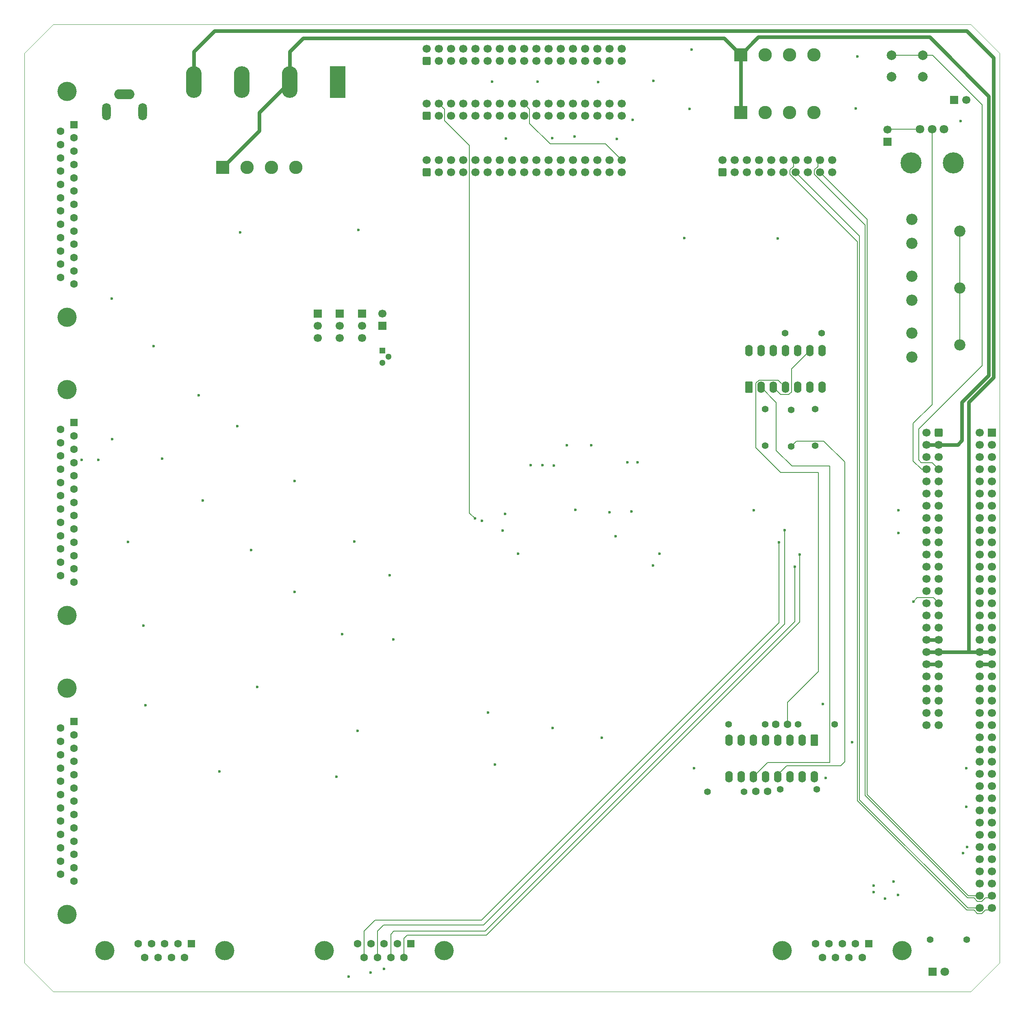
<source format=gbr>
%TF.GenerationSoftware,KiCad,Pcbnew,9.0.4*%
%TF.CreationDate,2025-11-09T15:05:15+13:00*%
%TF.ProjectId,AWS_CPU_Motherboard,4157535f-4350-4555-9f4d-6f7468657262,rev?*%
%TF.SameCoordinates,Original*%
%TF.FileFunction,Copper,L3,Inr*%
%TF.FilePolarity,Positive*%
%FSLAX46Y46*%
G04 Gerber Fmt 4.6, Leading zero omitted, Abs format (unit mm)*
G04 Created by KiCad (PCBNEW 9.0.4) date 2025-11-09 15:05:15*
%MOMM*%
%LPD*%
G01*
G04 APERTURE LIST*
G04 Aperture macros list*
%AMRoundRect*
0 Rectangle with rounded corners*
0 $1 Rounding radius*
0 $2 $3 $4 $5 $6 $7 $8 $9 X,Y pos of 4 corners*
0 Add a 4 corners polygon primitive as box body*
4,1,4,$2,$3,$4,$5,$6,$7,$8,$9,$2,$3,0*
0 Add four circle primitives for the rounded corners*
1,1,$1+$1,$2,$3*
1,1,$1+$1,$4,$5*
1,1,$1+$1,$6,$7*
1,1,$1+$1,$8,$9*
0 Add four rect primitives between the rounded corners*
20,1,$1+$1,$2,$3,$4,$5,0*
20,1,$1+$1,$4,$5,$6,$7,0*
20,1,$1+$1,$6,$7,$8,$9,0*
20,1,$1+$1,$8,$9,$2,$3,0*%
G04 Aperture macros list end*
%TA.AperFunction,ComponentPad*%
%ADD10R,1.700000X1.700000*%
%TD*%
%TA.AperFunction,ComponentPad*%
%ADD11C,1.700000*%
%TD*%
%TA.AperFunction,ComponentPad*%
%ADD12C,1.400000*%
%TD*%
%TA.AperFunction,ComponentPad*%
%ADD13RoundRect,0.250000X0.600000X0.600000X-0.600000X0.600000X-0.600000X-0.600000X0.600000X-0.600000X0*%
%TD*%
%TA.AperFunction,ComponentPad*%
%ADD14C,2.000000*%
%TD*%
%TA.AperFunction,ComponentPad*%
%ADD15C,4.000000*%
%TD*%
%TA.AperFunction,ComponentPad*%
%ADD16R,1.600000X1.600000*%
%TD*%
%TA.AperFunction,ComponentPad*%
%ADD17C,1.600000*%
%TD*%
%TA.AperFunction,ComponentPad*%
%ADD18R,2.780000X2.780000*%
%TD*%
%TA.AperFunction,ComponentPad*%
%ADD19C,2.780000*%
%TD*%
%TA.AperFunction,ComponentPad*%
%ADD20C,2.340000*%
%TD*%
%TA.AperFunction,ComponentPad*%
%ADD21C,1.800000*%
%TD*%
%TA.AperFunction,ComponentPad*%
%ADD22C,4.400000*%
%TD*%
%TA.AperFunction,ComponentPad*%
%ADD23R,1.300000X1.300000*%
%TD*%
%TA.AperFunction,ComponentPad*%
%ADD24C,1.300000*%
%TD*%
%TA.AperFunction,ComponentPad*%
%ADD25RoundRect,0.250000X0.550000X-0.950000X0.550000X0.950000X-0.550000X0.950000X-0.550000X-0.950000X0*%
%TD*%
%TA.AperFunction,ComponentPad*%
%ADD26O,1.600000X2.400000*%
%TD*%
%TA.AperFunction,ComponentPad*%
%ADD27RoundRect,0.250000X0.600000X-0.600000X0.600000X0.600000X-0.600000X0.600000X-0.600000X-0.600000X0*%
%TD*%
%TA.AperFunction,ComponentPad*%
%ADD28RoundRect,0.250000X-0.550000X0.950000X-0.550000X-0.950000X0.550000X-0.950000X0.550000X0.950000X0*%
%TD*%
%TA.AperFunction,ComponentPad*%
%ADD29R,3.300000X6.600000*%
%TD*%
%TA.AperFunction,ComponentPad*%
%ADD30O,3.300000X6.600000*%
%TD*%
%TA.AperFunction,ComponentPad*%
%ADD31O,1.800000X3.600000*%
%TD*%
%TA.AperFunction,ComponentPad*%
%ADD32O,4.200000X2.100000*%
%TD*%
%TA.AperFunction,ComponentPad*%
%ADD33R,1.800000X1.800000*%
%TD*%
%TA.AperFunction,ViaPad*%
%ADD34C,0.600000*%
%TD*%
%TA.AperFunction,Conductor*%
%ADD35C,0.800000*%
%TD*%
%TA.AperFunction,Conductor*%
%ADD36C,0.200000*%
%TD*%
%TA.AperFunction,Profile*%
%ADD37C,0.050000*%
%TD*%
G04 APERTURE END LIST*
D10*
%TO.N,DRTYPE0-*%
%TO.C,J6*%
X442590000Y-276098000D03*
D11*
%TO.N,DRTYPE1-*%
X445130000Y-276098000D03*
%TD*%
D12*
%TO.N,/VIDEO_2*%
%TO.C,R9*%
X403199600Y-348183200D03*
%TO.N,Net-(Q2-B)*%
X403199600Y-340563200D03*
%TD*%
D10*
%TO.N,GND*%
%TO.C,JP3*%
X319212400Y-320598800D03*
D11*
%TO.N,Net-(JP3-C)*%
X319212400Y-323138800D03*
%TO.N,+5V*%
X319212400Y-325678800D03*
%TD*%
D13*
%TO.N,+5V*%
%TO.C,U1*%
X439420000Y-345440000D03*
D11*
X436880000Y-345440000D03*
%TO.N,+12V*%
X439420000Y-347980000D03*
X436880000Y-347980000D03*
%TO.N,GND*%
X439420000Y-350520000D03*
X436880000Y-350520000D03*
%TO.N,~{RESET_SW}*%
X439420000Y-353060000D03*
%TO.N,AUIDO+*%
X436880000Y-353060000D03*
%TO.N,KBDO-*%
X439420000Y-355600000D03*
%TO.N,KBDI-*%
X436880000Y-355600000D03*
%TO.N,INIT-*%
X439420000Y-358140000D03*
%TO.N,unconnected-(U1-Pad12)*%
X436880000Y-358140000D03*
%TO.N,ONBDINIT+*%
X439420000Y-360680000D03*
%TO.N,INTR+*%
X436880000Y-360680000D03*
%TO.N,GND*%
X439420000Y-363220000D03*
X436880000Y-363220000D03*
%TO.N,CPU_RXDA+*%
X439420000Y-365760000D03*
X436880000Y-365760000D03*
%TO.N,CPU_RXDA-*%
X439420000Y-368300000D03*
X436880000Y-368300000D03*
%TO.N,CPU_RXCA+*%
X439420000Y-370840000D03*
X436880000Y-370840000D03*
%TO.N,CPU_RXCA-*%
X439420000Y-373380000D03*
X436880000Y-373380000D03*
%TO.N,GND*%
X439420000Y-375920000D03*
X436880000Y-375920000D03*
%TO.N,VIDEO_2+*%
X439420000Y-378460000D03*
%TO.N,VIDEO_2-*%
X436880000Y-378460000D03*
%TO.N,VERDR+*%
X439420000Y-381000000D03*
%TO.N,VERDR-*%
X436880000Y-381000000D03*
%TO.N,HORDR+*%
X439420000Y-383540000D03*
%TO.N,HORDR-*%
X436880000Y-383540000D03*
%TO.N,VIDEO+*%
X439420000Y-386080000D03*
%TO.N,VIDEO-*%
X436880000Y-386080000D03*
%TO.N,GND*%
X439420000Y-388620000D03*
X436880000Y-388620000D03*
%TO.N,-12V*%
X439420000Y-391160000D03*
X436880000Y-391160000D03*
%TO.N,+5V*%
X439420000Y-393700000D03*
X436880000Y-393700000D03*
%TO.N,unconnected-(U1-Pad41)*%
X439420000Y-396240000D03*
%TO.N,unconnected-(U1-Pad42)*%
X436880000Y-396240000D03*
%TO.N,unconnected-(U1-Pad43)*%
X439420000Y-398780000D03*
%TO.N,unconnected-(U1-Pad44)*%
X436880000Y-398780000D03*
%TO.N,unconnected-(U1-Pad45)*%
X439420000Y-401320000D03*
%TO.N,unconnected-(U1-Pad46)*%
X436880000Y-401320000D03*
%TO.N,unconnected-(U1-Pad47)*%
X439420000Y-403860000D03*
%TO.N,unconnected-(U1-Pad48)*%
X436880000Y-403860000D03*
%TO.N,unconnected-(U1-Pad49)*%
X439420000Y-406400000D03*
%TO.N,unconnected-(U1-Pad50)*%
X436880000Y-406400000D03*
%TD*%
D10*
%TO.N,+5V*%
%TO.C,U4*%
X450469000Y-345440000D03*
D11*
X447929000Y-345440000D03*
%TO.N,+12V*%
X450469000Y-347980000D03*
X447929000Y-347980000D03*
%TO.N,GND*%
X450469000Y-350520000D03*
%TO.N,2SIDED-*%
X447929000Y-350520000D03*
%TO.N,DIRECT-*%
X450469000Y-353060000D03*
%TO.N,DS1-*%
X447929000Y-353060000D03*
%TO.N,STEP-*%
X450469000Y-355600000D03*
%TO.N,READY-*%
X447929000Y-355600000D03*
%TO.N,INDEX-*%
X450469000Y-358140000D03*
%TO.N,HDSEL1-*%
X447929000Y-358140000D03*
%TO.N,ONBDINIT+*%
X450469000Y-360680000D03*
%TO.N,INTR+*%
X447929000Y-360680000D03*
%TO.N,GND*%
X450469000Y-363220000D03*
%TO.N,SIDED-*%
X447929000Y-363220000D03*
%TO.N,HDSEL0-*%
X450469000Y-365760000D03*
%TO.N,WRPORT-*%
X447929000Y-365760000D03*
%TO.N,DS0-*%
X450469000Y-368300000D03*
%TO.N,HL1+*%
X447929000Y-368300000D03*
%TO.N,WRDATA-*%
X450469000Y-370840000D03*
%TO.N,HL0+*%
X447929000Y-370840000D03*
%TO.N,TXDB-*%
X450469000Y-373380000D03*
%TO.N,RDDATA-*%
X447929000Y-373380000D03*
%TO.N,GND*%
X450469000Y-375920000D03*
%TO.N,STDB-*%
X447929000Y-375920000D03*
%TO.N,RXDB-*%
X450469000Y-378460000D03*
%TO.N,TXCB+*%
X447929000Y-378460000D03*
%TO.N,RXCB+*%
X450469000Y-381000000D03*
%TO.N,RTSB+*%
X447929000Y-381000000D03*
%TO.N,DSRB+*%
X450469000Y-383540000D03*
%TO.N,CTSB+*%
X447929000Y-383540000D03*
%TO.N,DCDB+*%
X450469000Y-386080000D03*
%TO.N,DTRB+*%
X447929000Y-386080000D03*
%TO.N,GND*%
X450469000Y-388620000D03*
%TO.N,SRDB-*%
X447929000Y-388620000D03*
%TO.N,-12V*%
X450469000Y-391160000D03*
X447929000Y-391160000D03*
%TO.N,+5V*%
X450469000Y-393700000D03*
X447929000Y-393700000D03*
%TO.N,RINGB+*%
X450469000Y-396240000D03*
%TO.N,SRDA-*%
X447929000Y-396240000D03*
%TO.N,STDA-*%
X450469000Y-398780000D03*
%TO.N,TXDA-*%
X447929000Y-398780000D03*
%TO.N,GND*%
X450469000Y-401320000D03*
%TO.N,TXCA+*%
X447929000Y-401320000D03*
%TO.N,RXDA-*%
X450469000Y-403860000D03*
%TO.N,RTSA+*%
X447929000Y-403860000D03*
%TO.N,RXCA+*%
X450469000Y-406400000D03*
%TO.N,CTSA+*%
X447929000Y-406400000D03*
%TO.N,DSRA+*%
X450469000Y-408940000D03*
%TO.N,DTRA+*%
X447929000Y-408940000D03*
%TO.N,DCDA+*%
X450469000Y-411480000D03*
%TO.N,RINGA+*%
X447929000Y-411480000D03*
%TO.N,GND*%
X450469000Y-414020000D03*
%TO.N,LPT1*%
X447929000Y-414020000D03*
%TO.N,LPT2*%
X450469000Y-416560000D03*
%TO.N,LPT3*%
X447929000Y-416560000D03*
%TO.N,LPT4*%
X450469000Y-419100000D03*
%TO.N,LPT5*%
X447929000Y-419100000D03*
%TO.N,LPT6*%
X450469000Y-421640000D03*
%TO.N,LPT7*%
X447929000Y-421640000D03*
%TO.N,LPT0*%
X450469000Y-424180000D03*
%TO.N,LPT_STROBE*%
X447929000Y-424180000D03*
%TO.N,GND*%
X450469000Y-426720000D03*
%TO.N,LPT_ACK*%
X447929000Y-426720000D03*
%TO.N,LPT_BUSY*%
X450469000Y-429260000D03*
%TO.N,NO_PAPER*%
X447929000Y-429260000D03*
%TO.N,LPT_SELECT*%
X450469000Y-431800000D03*
%TO.N,TRACK0-*%
X447929000Y-431800000D03*
%TO.N,SKCOMPL-*%
X450469000Y-434340000D03*
%TO.N,WRGATE-*%
X447929000Y-434340000D03*
%TO.N,HDSEL2-*%
X450469000Y-436880000D03*
%TO.N,REDWC-*%
X447929000Y-436880000D03*
%TO.N,unconnected-(U4-Pad75)*%
X450469000Y-439420000D03*
%TO.N,GND*%
X447929000Y-439420000D03*
%TO.N,MFM-*%
X450469000Y-441960000D03*
%TO.N,MFM+*%
X447929000Y-441960000D03*
%TO.N,WMF-*%
X450469000Y-444500000D03*
%TO.N,WMF+*%
X447929000Y-444500000D03*
%TD*%
D14*
%TO.N,~{RESET_SW}*%
%TO.C,SW1*%
X429564800Y-266801600D03*
X436064800Y-266801600D03*
%TO.N,GND*%
X429564800Y-271301600D03*
X436064800Y-271301600D03*
%TD*%
D15*
%TO.N,unconnected-(J9-PAD-Pad0)_1*%
%TO.C,J9*%
X257810000Y-336440000D03*
%TO.N,unconnected-(J9-PAD-Pad0)*%
X257810000Y-383540000D03*
D16*
%TO.N,GND*%
X259230000Y-343370000D03*
D17*
%TO.N,TXDA-*%
X259230000Y-346140000D03*
%TO.N,RXDA-*%
X259230000Y-348910000D03*
%TO.N,RTSA+*%
X259230000Y-351680000D03*
%TO.N,CTSA+*%
X259230000Y-354450000D03*
%TO.N,DSRA+*%
X259230000Y-357220000D03*
%TO.N,GND*%
X259230000Y-359990000D03*
%TO.N,DCDA+*%
X259230000Y-362760000D03*
%TO.N,GND*%
X259230000Y-365530000D03*
%TO.N,unconnected-(J9-Pad10)*%
X259230000Y-368300000D03*
%TO.N,unconnected-(J9-Pad11)*%
X259230000Y-371070000D03*
%TO.N,unconnected-(J9-Pad12)*%
X259230000Y-373840000D03*
%TO.N,unconnected-(J9-Pad13)*%
X259230000Y-376610000D03*
%TO.N,STDA-*%
X256390000Y-344755000D03*
%TO.N,TXCA+*%
X256390000Y-347525000D03*
%TO.N,SRDA-*%
X256390000Y-350295000D03*
%TO.N,RXCA+*%
X256390000Y-353065000D03*
%TO.N,unconnected-(J9-P18-Pad18)*%
X256390000Y-355835000D03*
%TO.N,unconnected-(J9-P19-Pad19)*%
X256390000Y-358605000D03*
%TO.N,DTRA+*%
X256390000Y-361375000D03*
%TO.N,unconnected-(J9-P21-Pad21)*%
X256390000Y-364145000D03*
%TO.N,RINGA+*%
X256390000Y-366915000D03*
%TO.N,unconnected-(J9-P23-Pad23)*%
X256390000Y-369685000D03*
%TO.N,unconnected-(J9-P24-Pad24)*%
X256390000Y-372455000D03*
%TO.N,unconnected-(J9-P25-Pad25)*%
X256390000Y-375225000D03*
%TD*%
D18*
%TO.N,+12V*%
%TO.C,J15*%
X398145000Y-266700000D03*
D19*
%TO.N,GND*%
X403225000Y-266700000D03*
X408305000Y-266700000D03*
%TO.N,+5V*%
X413385000Y-266700000D03*
%TD*%
D15*
%TO.N,unconnected-(J8-PAD-Pad0)_1*%
%TO.C,J8*%
X257810000Y-398720000D03*
%TO.N,unconnected-(J8-PAD-Pad0)*%
X257810000Y-445820000D03*
D16*
%TO.N,LPT0*%
X259230000Y-405650000D03*
D17*
%TO.N,LPT1*%
X259230000Y-408420000D03*
%TO.N,LPT2*%
X259230000Y-411190000D03*
%TO.N,LPT3*%
X259230000Y-413960000D03*
%TO.N,LPT4*%
X259230000Y-416730000D03*
%TO.N,LPT5*%
X259230000Y-419500000D03*
%TO.N,LPT6*%
X259230000Y-422270000D03*
%TO.N,LPT7*%
X259230000Y-425040000D03*
%TO.N,GND*%
X259230000Y-427810000D03*
X259230000Y-430580000D03*
X259230000Y-433350000D03*
X259230000Y-436120000D03*
X259230000Y-438890000D03*
%TO.N,LPT_STROBE*%
X256390000Y-407035000D03*
%TO.N,GND*%
X256390000Y-409805000D03*
%TO.N,LPT_ACK*%
X256390000Y-412575000D03*
%TO.N,LPT_BUSY*%
X256390000Y-415345000D03*
%TO.N,unconnected-(J8-P18-Pad18)*%
X256390000Y-418115000D03*
%TO.N,unconnected-(J8-P19-Pad19)*%
X256390000Y-420885000D03*
%TO.N,unconnected-(J8-P20-Pad20)*%
X256390000Y-423655000D03*
%TO.N,NO_PAPER*%
X256390000Y-426425000D03*
%TO.N,LPT_SELECT*%
X256390000Y-429195000D03*
%TO.N,GND*%
X256390000Y-431965000D03*
X256390000Y-434735000D03*
X256390000Y-437505000D03*
%TD*%
D20*
%TO.N,unconnected-(RV4-Pad1)*%
%TO.C,RV4*%
X433785000Y-329675000D03*
%TO.N,Net-(J12-In)*%
X443785000Y-327175000D03*
%TO.N,Net-(R8-Pad2)*%
X433785000Y-324675000D03*
%TD*%
D12*
%TO.N,Net-(JP4-B)*%
%TO.C,R8*%
X413664400Y-340563200D03*
%TO.N,Net-(R8-Pad2)*%
X413664400Y-348183200D03*
%TD*%
D20*
%TO.N,unconnected-(RV2-Pad1)*%
%TO.C,RV2*%
X433785000Y-305975000D03*
%TO.N,Net-(J12-In)*%
X443785000Y-303475000D03*
%TO.N,Net-(R6-Pad2)*%
X433785000Y-300975000D03*
%TD*%
D21*
%TO.N,Net-(J2-Pin_2)*%
%TO.C,RV1*%
X435523000Y-282240000D03*
%TO.N,AUIDO+*%
X438023000Y-282240000D03*
%TO.N,unconnected-(RV1-Pad3)*%
X440523000Y-282240000D03*
D22*
%TO.N,unconnected-(RV1-MountPin-PadMP)_1*%
X442423000Y-289240000D03*
%TO.N,unconnected-(RV1-MountPin-PadMP)*%
X433623000Y-289240000D03*
%TD*%
D12*
%TO.N,/VIDEO*%
%TO.C,R7*%
X408686000Y-348284800D03*
%TO.N,Net-(R7-Pad2)*%
X408686000Y-340664800D03*
%TD*%
D18*
%TO.N,+12V*%
%TO.C,J5*%
X290195000Y-290195000D03*
D19*
%TO.N,GND*%
X295275000Y-290195000D03*
X300355000Y-290195000D03*
%TO.N,+5V*%
X305435000Y-290195000D03*
%TD*%
D10*
%TO.N,GND*%
%TO.C,J2*%
X428752000Y-284789800D03*
D11*
%TO.N,Net-(J2-Pin_2)*%
X428752000Y-282249800D03*
%TD*%
D15*
%TO.N,unconnected-(J7-PAD-Pad0)_1*%
%TO.C,J7*%
X406800000Y-453390000D03*
%TO.N,unconnected-(J7-PAD-Pad0)*%
X431800000Y-453390000D03*
D16*
%TO.N,KBDI-*%
X424840000Y-451970000D03*
D17*
%TO.N,GND*%
X422070000Y-451970000D03*
%TO.N,KBDO-*%
X419300000Y-451970000D03*
%TO.N,GND*%
X416530000Y-451970000D03*
%TO.N,INIT-*%
X413760000Y-451970000D03*
%TO.N,+5V*%
X423455000Y-454810000D03*
X420685000Y-454810000D03*
%TO.N,GND*%
X417915000Y-454810000D03*
X415145000Y-454810000D03*
%TD*%
D23*
%TO.N,Net-(JP4-A)*%
%TO.C,Q2*%
X323443600Y-328371200D03*
D24*
%TO.N,Net-(Q2-B)*%
X324713600Y-329641200D03*
%TO.N,GND*%
X323443600Y-330911200D03*
%TD*%
D20*
%TO.N,unconnected-(RV3-Pad1)*%
%TO.C,RV3*%
X433785000Y-317825000D03*
%TO.N,Net-(J12-In)*%
X443785000Y-315325000D03*
%TO.N,Net-(R7-Pad2)*%
X433785000Y-312825000D03*
%TD*%
D12*
%TO.N,/CSYNC+*%
%TO.C,R6*%
X407416000Y-324662800D03*
%TO.N,Net-(R6-Pad2)*%
X415036000Y-324662800D03*
%TD*%
D18*
%TO.N,+12V*%
%TO.C,J14*%
X398145000Y-278765000D03*
D19*
%TO.N,GND*%
X403225000Y-278765000D03*
X408305000Y-278765000D03*
%TO.N,+5V*%
X413385000Y-278765000D03*
%TD*%
D25*
%TO.N,Net-(JP2-C)*%
%TO.C,U8*%
X399846800Y-335991200D03*
D26*
%TO.N,/HORDR*%
X402386800Y-335991200D03*
%TO.N,Net-(U8-Pad3)*%
X404926800Y-335991200D03*
%TO.N,/VERDR*%
X407466800Y-335991200D03*
%TO.N,Net-(JP1-C)*%
X410006800Y-335991200D03*
%TO.N,Net-(U8-Pad10)*%
X412546800Y-335991200D03*
%TO.N,GND*%
X415086800Y-335991200D03*
%TO.N,Net-(U8-Pad12)*%
X415086800Y-328371200D03*
%TO.N,Net-(U8-Pad3)*%
X412546800Y-328371200D03*
%TO.N,Net-(U8-Pad10)*%
X410006800Y-328371200D03*
%TO.N,/CSYNC+*%
X407466800Y-328371200D03*
%TO.N,Net-(U8-Pad12)*%
X404926800Y-328371200D03*
%TO.N,Net-(JP3-C)*%
X402386800Y-328371200D03*
%TO.N,+5V*%
X399846800Y-328371200D03*
%TD*%
D10*
%TO.N,Net-(JP4-A)*%
%TO.C,JP4*%
X323443600Y-323189600D03*
D11*
%TO.N,Net-(JP4-B)*%
X323443600Y-320649600D03*
%TD*%
D27*
%TO.N,GND*%
%TO.C,U3*%
X332740000Y-267970000D03*
D11*
%TO.N,unconnected-(U3-Pad2)*%
X332740000Y-265430000D03*
%TO.N,GND*%
X335280000Y-267970000D03*
%TO.N,SIDED-*%
X335280000Y-265430000D03*
%TO.N,GND*%
X337820000Y-267970000D03*
%TO.N,unconnected-(U3-Pad6)*%
X337820000Y-265430000D03*
%TO.N,GND*%
X340360000Y-267970000D03*
%TO.N,HDSEL0-*%
X340360000Y-265430000D03*
%TO.N,GND*%
X342900000Y-267970000D03*
%TO.N,DS1-*%
X342900000Y-265430000D03*
%TO.N,GND*%
X345440000Y-267970000D03*
%TO.N,unconnected-(U3-Pad12)*%
X345440000Y-265430000D03*
%TO.N,GND*%
X347980000Y-267970000D03*
%TO.N,unconnected-(U3-Pad14)*%
X347980000Y-265430000D03*
%TO.N,GND*%
X350520000Y-267970000D03*
%TO.N,HL1+*%
X350520000Y-265430000D03*
%TO.N,GND*%
X353060000Y-267970000D03*
%TO.N,DIRECT-*%
X353060000Y-265430000D03*
%TO.N,GND*%
X355600000Y-267970000D03*
%TO.N,STEP-*%
X355600000Y-265430000D03*
%TO.N,GND*%
X358140000Y-267970000D03*
%TO.N,WRDATA-*%
X358140000Y-265430000D03*
%TO.N,GND*%
X360680000Y-267970000D03*
%TO.N,WRGATE-*%
X360680000Y-265430000D03*
%TO.N,GND*%
X363220000Y-267970000D03*
%TO.N,TRACK0-*%
X363220000Y-265430000D03*
%TO.N,GND*%
X365760000Y-267970000D03*
%TO.N,WRPORT-*%
X365760000Y-265430000D03*
%TO.N,GND*%
X368300000Y-267970000D03*
%TO.N,RDDATA-*%
X368300000Y-265430000D03*
%TO.N,GND*%
X370840000Y-267970000D03*
%TO.N,2SIDED-*%
X370840000Y-265430000D03*
%TO.N,GND*%
X373380000Y-267970000D03*
%TO.N,READY-*%
X373380000Y-265430000D03*
%TD*%
D27*
%TO.N,GND*%
%TO.C,U5*%
X332689200Y-291150000D03*
D11*
%TO.N,REDWC-*%
X332689200Y-288610000D03*
%TO.N,GND*%
X335229200Y-291150000D03*
%TO.N,HDSEL2-*%
X335229200Y-288610000D03*
%TO.N,GND*%
X337769200Y-291150000D03*
%TO.N,WRGATE-*%
X337769200Y-288610000D03*
%TO.N,GND*%
X340309200Y-291150000D03*
%TO.N,SKCOMPL-*%
X340309200Y-288610000D03*
%TO.N,GND*%
X342849200Y-291150000D03*
%TO.N,TRACK0-*%
X342849200Y-288610000D03*
%TO.N,GND*%
X345389200Y-291150000D03*
%TO.N,WRPORT-*%
X345389200Y-288610000D03*
%TO.N,GND*%
X347929200Y-291150000D03*
%TO.N,HDSEL0-*%
X347929200Y-288610000D03*
%TO.N,GND*%
X350469200Y-291150000D03*
%TO.N,unconnected-(U5-Pad16)*%
X350469200Y-288610000D03*
%TO.N,GND*%
X353009200Y-291150000D03*
%TO.N,HDSEL1-*%
X353009200Y-288610000D03*
%TO.N,GND*%
X355549200Y-291150000D03*
%TO.N,INDEX-*%
X355549200Y-288610000D03*
%TO.N,GND*%
X358089200Y-291150000D03*
%TO.N,READY-*%
X358089200Y-288610000D03*
%TO.N,GND*%
X360629200Y-291150000D03*
%TO.N,STEP-*%
X360629200Y-288610000D03*
%TO.N,GND*%
X363169200Y-291150000D03*
%TO.N,unconnected-(U5-Pad26)*%
X363169200Y-288610000D03*
%TO.N,GND*%
X365709200Y-291150000D03*
%TO.N,DS1-*%
X365709200Y-288610000D03*
%TO.N,GND*%
X368249200Y-291150000D03*
%TO.N,DRTYPE0-*%
X368249200Y-288610000D03*
%TO.N,GND*%
X370789200Y-291150000D03*
%TO.N,DRTYPE1-*%
X370789200Y-288610000D03*
%TO.N,GND*%
X373329200Y-291150000D03*
%TO.N,DIRECT-*%
X373329200Y-288610000D03*
%TD*%
D10*
%TO.N,GND*%
%TO.C,JP2*%
X314622400Y-320598800D03*
D11*
%TO.N,Net-(JP2-C)*%
X314622400Y-323138800D03*
%TO.N,+5V*%
X314622400Y-325678800D03*
%TD*%
D28*
%TO.N,VERDR-*%
%TO.C,U7*%
X413512000Y-409498800D03*
D26*
%TO.N,VERDR+*%
X410972000Y-409498800D03*
%TO.N,/VERDR*%
X408432000Y-409498800D03*
%TO.N,+5V*%
X405892000Y-409498800D03*
%TO.N,/VIDEO_2*%
X403352000Y-409498800D03*
%TO.N,VIDEO_2+*%
X400812000Y-409498800D03*
%TO.N,VIDEO_2-*%
X398272000Y-409498800D03*
%TO.N,GND*%
X395732000Y-409498800D03*
%TO.N,HORDR-*%
X395732000Y-417118800D03*
%TO.N,HORDR+*%
X398272000Y-417118800D03*
%TO.N,/HORDR*%
X400812000Y-417118800D03*
%TO.N,GND*%
X403352000Y-417118800D03*
%TO.N,/VIDEO*%
X405892000Y-417118800D03*
%TO.N,VIDEO+*%
X408432000Y-417118800D03*
%TO.N,VIDEO-*%
X410972000Y-417118800D03*
%TO.N,+5V*%
X413512000Y-417118800D03*
%TD*%
D12*
%TO.N,VERDR-*%
%TO.C,R2*%
X417677600Y-406196800D03*
%TO.N,VERDR+*%
X410057600Y-406196800D03*
%TD*%
D15*
%TO.N,unconnected-(J4-PAD-Pad0)_1*%
%TO.C,J4*%
X311350000Y-453390000D03*
%TO.N,unconnected-(J4-PAD-Pad0)*%
X336350000Y-453390000D03*
D16*
%TO.N,GND*%
X329390000Y-451970000D03*
D17*
X326620000Y-451970000D03*
X323850000Y-451970000D03*
X321080000Y-451970000D03*
X318310000Y-451970000D03*
%TO.N,CPU_RXCA+*%
X328005000Y-454810000D03*
%TO.N,CPU_RXCA-*%
X325235000Y-454810000D03*
%TO.N,CPU_RXDA+*%
X322465000Y-454810000D03*
%TO.N,CPU_RXDA-*%
X319695000Y-454810000D03*
%TD*%
D15*
%TO.N,unconnected-(J3-PAD-Pad0)*%
%TO.C,J3*%
X265630000Y-453390000D03*
%TO.N,unconnected-(J3-PAD-Pad0)_1*%
X290630000Y-453390000D03*
D16*
%TO.N,GND*%
X283670000Y-451970000D03*
D17*
X280900000Y-451970000D03*
X278130000Y-451970000D03*
X275360000Y-451970000D03*
X272590000Y-451970000D03*
%TO.N,CPU_RXCA+*%
X282285000Y-454810000D03*
%TO.N,CPU_RXCA-*%
X279515000Y-454810000D03*
%TO.N,CPU_RXDA+*%
X276745000Y-454810000D03*
%TO.N,CPU_RXDA-*%
X273975000Y-454810000D03*
%TD*%
%TO.N,/HORDR*%
%TO.C,C2*%
X401289200Y-420217600D03*
%TO.N,GND*%
X403789200Y-420217600D03*
%TD*%
D27*
%TO.N,GND*%
%TO.C,U2*%
X332689200Y-279400000D03*
D11*
%TO.N,unconnected-(U2-Pad2)*%
X332689200Y-276860000D03*
%TO.N,GND*%
X335229200Y-279400000D03*
%TO.N,SIDED-*%
X335229200Y-276860000D03*
%TO.N,GND*%
X337769200Y-279400000D03*
%TO.N,unconnected-(U2-Pad6)*%
X337769200Y-276860000D03*
%TO.N,GND*%
X340309200Y-279400000D03*
%TO.N,HDSEL0-*%
X340309200Y-276860000D03*
%TO.N,GND*%
X342849200Y-279400000D03*
%TO.N,DS0-*%
X342849200Y-276860000D03*
%TO.N,GND*%
X345389200Y-279400000D03*
%TO.N,unconnected-(U2-Pad12)*%
X345389200Y-276860000D03*
%TO.N,GND*%
X347929200Y-279400000D03*
%TO.N,unconnected-(U2-Pad14)*%
X347929200Y-276860000D03*
%TO.N,GND*%
X350469200Y-279400000D03*
%TO.N,HL0+*%
X350469200Y-276860000D03*
%TO.N,GND*%
X353009200Y-279400000D03*
%TO.N,DIRECT-*%
X353009200Y-276860000D03*
%TO.N,GND*%
X355549200Y-279400000D03*
%TO.N,STEP-*%
X355549200Y-276860000D03*
%TO.N,GND*%
X358089200Y-279400000D03*
%TO.N,WRDATA-*%
X358089200Y-276860000D03*
%TO.N,GND*%
X360629200Y-279400000D03*
%TO.N,WRGATE-*%
X360629200Y-276860000D03*
%TO.N,GND*%
X363169200Y-279400000D03*
%TO.N,TRACK0-*%
X363169200Y-276860000D03*
%TO.N,GND*%
X365709200Y-279400000D03*
%TO.N,WRPORT-*%
X365709200Y-276860000D03*
%TO.N,GND*%
X368249200Y-279400000D03*
%TO.N,RDDATA-*%
X368249200Y-276860000D03*
%TO.N,GND*%
X370789200Y-279400000D03*
%TO.N,2SIDED-*%
X370789200Y-276860000D03*
%TO.N,GND*%
X373329200Y-279400000D03*
%TO.N,READY-*%
X373329200Y-276860000D03*
%TD*%
D12*
%TO.N,HORDR-*%
%TO.C,R5*%
X391210800Y-420319200D03*
%TO.N,HORDR+*%
X398830800Y-420319200D03*
%TD*%
%TO.N,VIDEO-*%
%TO.C,R3*%
X413969200Y-419760400D03*
%TO.N,VIDEO+*%
X406349200Y-419760400D03*
%TD*%
D10*
%TO.N,GND*%
%TO.C,JP1*%
X310032400Y-320598800D03*
D11*
%TO.N,Net-(JP1-C)*%
X310032400Y-323138800D03*
%TO.N,+5V*%
X310032400Y-325678800D03*
%TD*%
D12*
%TO.N,VIDEO_2-*%
%TO.C,R4*%
X395630400Y-406196800D03*
%TO.N,VIDEO_2+*%
X403250400Y-406196800D03*
%TD*%
D29*
%TO.N,+5V*%
%TO.C,J1*%
X314198000Y-272338800D03*
D30*
%TO.N,+12V*%
X304198000Y-272338800D03*
%TO.N,GND*%
X294198000Y-272338800D03*
%TO.N,-12V*%
X284198000Y-272338800D03*
%TD*%
D15*
%TO.N,unconnected-(J10-PAD-Pad0)*%
%TO.C,J10*%
X257810000Y-274320000D03*
%TO.N,unconnected-(J10-PAD-Pad0)_1*%
X257810000Y-321420000D03*
D16*
%TO.N,GND*%
X259230000Y-281250000D03*
D17*
%TO.N,TXDB-*%
X259230000Y-284020000D03*
%TO.N,RXDB-*%
X259230000Y-286790000D03*
%TO.N,RTSB+*%
X259230000Y-289560000D03*
%TO.N,CTSB+*%
X259230000Y-292330000D03*
%TO.N,DSRB+*%
X259230000Y-295100000D03*
%TO.N,GND*%
X259230000Y-297870000D03*
%TO.N,DCDB+*%
X259230000Y-300640000D03*
%TO.N,GND*%
X259230000Y-303410000D03*
%TO.N,unconnected-(J10-Pad10)*%
X259230000Y-306180000D03*
%TO.N,unconnected-(J10-Pad11)*%
X259230000Y-308950000D03*
%TO.N,unconnected-(J10-Pad12)*%
X259230000Y-311720000D03*
%TO.N,unconnected-(J10-Pad13)*%
X259230000Y-314490000D03*
%TO.N,STDB-*%
X256390000Y-282635000D03*
%TO.N,TXCB+*%
X256390000Y-285405000D03*
%TO.N,SRDB-*%
X256390000Y-288175000D03*
%TO.N,RXCB+*%
X256390000Y-290945000D03*
%TO.N,unconnected-(J10-P18-Pad18)*%
X256390000Y-293715000D03*
%TO.N,unconnected-(J10-P19-Pad19)*%
X256390000Y-296485000D03*
%TO.N,DTRB+*%
X256390000Y-299255000D03*
%TO.N,unconnected-(J10-P21-Pad21)*%
X256390000Y-302025000D03*
%TO.N,RINGB+*%
X256390000Y-304795000D03*
%TO.N,unconnected-(J10-P23-Pad23)*%
X256390000Y-307565000D03*
%TO.N,unconnected-(J10-P24-Pad24)*%
X256390000Y-310335000D03*
%TO.N,unconnected-(J10-P25-Pad25)*%
X256390000Y-313105000D03*
%TD*%
D31*
%TO.N,Net-(J12-In)*%
%TO.C,J12*%
X273488800Y-278587200D03*
X265988800Y-278587200D03*
D32*
%TO.N,GND*%
X269738800Y-274887200D03*
%TD*%
D12*
%TO.N,+5V*%
%TO.C,R1*%
X445262000Y-451104000D03*
%TO.N,Net-(D1-A)*%
X437642000Y-451104000D03*
%TD*%
D27*
%TO.N,unconnected-(U6-Pad1)*%
%TO.C,U6*%
X394335000Y-291150000D03*
D11*
%TO.N,GND*%
X394335000Y-288610000D03*
%TO.N,unconnected-(U6-Pad3)*%
X396875000Y-291150000D03*
%TO.N,GND*%
X396875000Y-288610000D03*
%TO.N,unconnected-(U6-Pad5)*%
X399415000Y-291150000D03*
%TO.N,GND*%
X399415000Y-288610000D03*
%TO.N,unconnected-(U6-Pad7)*%
X401955000Y-291150000D03*
%TO.N,GND*%
X401955000Y-288610000D03*
%TO.N,unconnected-(U6-Pad9)*%
X404495000Y-291150000D03*
%TO.N,GND*%
X404495000Y-288610000D03*
X407035000Y-291150000D03*
X407035000Y-288610000D03*
%TO.N,WMF+*%
X409575000Y-291150000D03*
%TO.N,WMF-*%
X409575000Y-288610000D03*
%TO.N,GND*%
X412115000Y-291150000D03*
X412115000Y-288610000D03*
%TO.N,MFM+*%
X414655000Y-291150000D03*
%TO.N,MFM-*%
X414655000Y-288610000D03*
%TO.N,GND*%
X417195000Y-291150000D03*
X417195000Y-288610000D03*
%TD*%
D17*
%TO.N,/VERDR*%
%TO.C,C1*%
X407904000Y-406196800D03*
%TO.N,GND*%
X405404000Y-406196800D03*
%TD*%
D33*
%TO.N,GND*%
%TO.C,D1*%
X438150000Y-457835000D03*
D21*
%TO.N,Net-(D1-A)*%
X440690000Y-457835000D03*
%TD*%
D34*
%TO.N,GND*%
X270474362Y-368249139D03*
X358851200Y-284073600D03*
X274104649Y-402277032D03*
X355803200Y-272288000D03*
X293827200Y-303682400D03*
X368452400Y-272338800D03*
X317652400Y-368147600D03*
X379933200Y-272084800D03*
X318465200Y-303225200D03*
X305179908Y-355518931D03*
X443941200Y-280466800D03*
X293268400Y-344119200D03*
X297434000Y-398475200D03*
X267208000Y-346760800D03*
X363524800Y-283718000D03*
X422098872Y-277903482D03*
X415848800Y-417372800D03*
X285237530Y-337657918D03*
X275798783Y-327444710D03*
X386384800Y-304850800D03*
X325780400Y-388569200D03*
X318312800Y-407619200D03*
X313892598Y-417137008D03*
X289509200Y-416052000D03*
X387908800Y-265633200D03*
X415290000Y-402031200D03*
X315112400Y-387400800D03*
X430987200Y-361594400D03*
X369163600Y-408990800D03*
X375666000Y-280263600D03*
X405892000Y-304952400D03*
X324967600Y-375158000D03*
X372313200Y-284226000D03*
X421386000Y-409956000D03*
X422486102Y-267028755D03*
X277622000Y-350824800D03*
X346964000Y-414629600D03*
X370789200Y-362000800D03*
X345490800Y-403758400D03*
X387502400Y-277926800D03*
X363677200Y-361543600D03*
X375361200Y-361848400D03*
X267055600Y-317500000D03*
X358952800Y-406958800D03*
X346354400Y-272288000D03*
X388416800Y-415340800D03*
X286054800Y-359562400D03*
X273710400Y-385673600D03*
X305179908Y-378607559D03*
X296164000Y-369925600D03*
X431038000Y-366369600D03*
X400862800Y-361645200D03*
X349199200Y-284124400D03*
%TO.N,STEP-*%
X361950000Y-348030800D03*
%TO.N,HL0+*%
X351790000Y-370713000D03*
%TO.N,2SIDED-*%
X376682000Y-351663000D03*
%TO.N,WRDATA-*%
X381254000Y-370713000D03*
%TO.N,RDDATA-*%
X379857000Y-373126000D03*
%TO.N,SIDED-*%
X342773000Y-363347000D03*
%TO.N,WRGATE-*%
X425831000Y-441198000D03*
%TO.N,WRPORT-*%
X372110000Y-367030000D03*
%TO.N,READY-*%
X359240200Y-352298000D03*
%TO.N,TRACK0-*%
X425831000Y-439836000D03*
%TO.N,DS0-*%
X344238200Y-363855000D03*
%TO.N,HDSEL0-*%
X349080200Y-362415200D03*
%TO.N,DIRECT-*%
X374523000Y-351637600D03*
%TO.N,HL1+*%
X348551500Y-365823500D03*
%TO.N,DS1-*%
X367030000Y-348107000D03*
%TO.N,HDSEL2-*%
X430911000Y-441833000D03*
%TO.N,LPT6*%
X445135000Y-423418000D03*
%TO.N,LPT_BUSY*%
X445282235Y-431779765D03*
%TO.N,INDEX-*%
X356870000Y-352196400D03*
%TO.N,LPT_STROBE*%
X445135000Y-415417000D03*
%TO.N,HDSEL1-*%
X354398200Y-352239200D03*
%TO.N,REDWC-*%
X428244000Y-442595000D03*
%TO.N,SKCOMPL-*%
X430022000Y-439039000D03*
%TO.N,VERDR+*%
X434136800Y-380625000D03*
%TO.N,LPT0*%
X444449200Y-433070000D03*
%TO.N,CPU_RXCA+*%
X410464000Y-370840000D03*
%TO.N,CPU_RXDA-*%
X406146000Y-368300000D03*
X316484000Y-458851000D03*
%TO.N,CPU_RXDA+*%
X321056000Y-457962000D03*
X407289000Y-365760000D03*
%TO.N,CPU_RXCA-*%
X323850000Y-457200000D03*
X409448000Y-373380000D03*
%TO.N,TXCA+*%
X260858000Y-351155000D03*
%TO.N,TXDA-*%
X264287000Y-351155000D03*
%TD*%
D35*
%TO.N,+12V*%
X394716000Y-263271000D02*
X398145000Y-266700000D01*
X304198000Y-272338800D02*
X297815000Y-278721800D01*
X306959000Y-263271000D02*
X394716000Y-263271000D01*
X449834000Y-333502000D02*
X444246000Y-339090000D01*
X443357000Y-347980000D02*
X439420000Y-347980000D01*
X444246000Y-347091000D02*
X443357000Y-347980000D01*
X444246000Y-339090000D02*
X444246000Y-347091000D01*
X297815000Y-282575000D02*
X290195000Y-290195000D01*
X398145000Y-266700000D02*
X401828000Y-263017000D01*
X401828000Y-263017000D02*
X437515000Y-263017000D01*
X297815000Y-278721800D02*
X297815000Y-282575000D01*
X437515000Y-263017000D02*
X449834000Y-275336000D01*
X304198000Y-272338800D02*
X304198000Y-266032000D01*
X304198000Y-266032000D02*
X306959000Y-263271000D01*
X439420000Y-347980000D02*
X436880000Y-347980000D01*
X449834000Y-275336000D02*
X449834000Y-333502000D01*
X398145000Y-266700000D02*
X398145000Y-278765000D01*
%TO.N,-12V*%
X284198000Y-266032000D02*
X288483000Y-261747000D01*
X288483000Y-261747000D02*
X445262000Y-261747000D01*
X445643000Y-339108628D02*
X445643000Y-391160000D01*
X439420000Y-391160000D02*
X445643000Y-391160000D01*
X450835000Y-333916628D02*
X445643000Y-339108628D01*
X436880000Y-391160000D02*
X439420000Y-391160000D01*
X284198000Y-272338800D02*
X284198000Y-266032000D01*
X445643000Y-391160000D02*
X450469000Y-391160000D01*
X450835000Y-267320000D02*
X450835000Y-333916628D01*
X445262000Y-261747000D02*
X450835000Y-267320000D01*
%TO.N,GND*%
X436880000Y-388620000D02*
X439420000Y-388620000D01*
%TO.N,+5V*%
X447929000Y-393700000D02*
X450469000Y-393700000D01*
X436880000Y-393700000D02*
X439420000Y-393700000D01*
D36*
%TO.N,Net-(J2-Pin_2)*%
X428761800Y-282240000D02*
X428752000Y-282249800D01*
X435523000Y-282240000D02*
X428761800Y-282240000D01*
%TO.N,AUIDO+*%
X435813200Y-353060000D02*
X436880000Y-353060000D01*
X438023000Y-282240000D02*
X438023000Y-339572600D01*
X438023000Y-339572600D02*
X434086000Y-343509600D01*
X434086000Y-351332800D02*
X435813200Y-353060000D01*
X434086000Y-343509600D02*
X434086000Y-351332800D01*
%TO.N,~{RESET_SW}*%
X438147600Y-266801600D02*
X448437000Y-277091000D01*
X448437000Y-331470000D02*
X435229000Y-344678000D01*
X448437000Y-277091000D02*
X448437000Y-331470000D01*
X438031000Y-351671000D02*
X439420000Y-353060000D01*
X435745000Y-351671000D02*
X438031000Y-351671000D01*
X435229000Y-351155000D02*
X435745000Y-351671000D01*
X429564800Y-266801600D02*
X436064800Y-266801600D01*
X436064800Y-266801600D02*
X438147600Y-266801600D01*
X435229000Y-344678000D02*
X435229000Y-351155000D01*
%TO.N,SIDED-*%
X336423000Y-280416000D02*
X336423000Y-278053800D01*
X336423000Y-278053800D02*
X335229200Y-276860000D01*
X341630000Y-362204000D02*
X341630000Y-285623000D01*
X341630000Y-285623000D02*
X336423000Y-280416000D01*
X342773000Y-363347000D02*
X341630000Y-362204000D01*
%TO.N,DIRECT-*%
X354160200Y-278011000D02*
X353009200Y-276860000D01*
X358428000Y-285276000D02*
X354160200Y-281008200D01*
X369995200Y-285276000D02*
X358428000Y-285276000D01*
X354160200Y-281008200D02*
X354160200Y-278011000D01*
X373329200Y-288610000D02*
X369995200Y-285276000D01*
%TO.N,WMF-*%
X409575000Y-288610000D02*
X409125000Y-289060000D01*
X408424000Y-290673240D02*
X408424000Y-291626760D01*
X447452240Y-445651000D02*
X448405760Y-445651000D01*
X448405760Y-445651000D02*
X449106760Y-444950000D01*
X450019000Y-444950000D02*
X450469000Y-444500000D01*
X446751240Y-444950000D02*
X447452240Y-445651000D01*
X445266802Y-444950000D02*
X446751240Y-444950000D01*
X409125000Y-289972240D02*
X408424000Y-290673240D01*
X422452800Y-422135998D02*
X445266802Y-444950000D01*
X422452800Y-305655560D02*
X422452800Y-422135998D01*
X449106760Y-444950000D02*
X450019000Y-444950000D01*
X409125000Y-289060000D02*
X409125000Y-289972240D01*
X408424000Y-291626760D02*
X422452800Y-305655560D01*
%TO.N,MFM+*%
X445580198Y-441960000D02*
X447929000Y-441960000D01*
X414655000Y-291150000D02*
X424484800Y-300979800D01*
X424484800Y-300979800D02*
X424484800Y-420864602D01*
X424484800Y-420864602D02*
X445580198Y-441960000D01*
%TO.N,WMF+*%
X445453198Y-444500000D02*
X447929000Y-444500000D01*
X422902800Y-304477800D02*
X422902800Y-421949602D01*
X409575000Y-291150000D02*
X422902800Y-304477800D01*
X422902800Y-421949602D02*
X445453198Y-444500000D01*
%TO.N,MFM-*%
X448405760Y-443111000D02*
X449106760Y-442410000D01*
X413504000Y-291626760D02*
X424034800Y-302157560D01*
X445393802Y-442410000D02*
X446751240Y-442410000D01*
X414205000Y-289060000D02*
X414205000Y-289972240D01*
X450019000Y-442410000D02*
X450469000Y-441960000D01*
X424034800Y-421050998D02*
X445393802Y-442410000D01*
X424034800Y-302157560D02*
X424034800Y-421050998D01*
X449106760Y-442410000D02*
X450019000Y-442410000D01*
X414205000Y-289972240D02*
X413504000Y-290673240D01*
X447452240Y-443111000D02*
X448405760Y-443111000D01*
X446751240Y-442410000D02*
X447452240Y-443111000D01*
X414655000Y-288610000D02*
X414205000Y-289060000D01*
X413504000Y-290673240D02*
X413504000Y-291626760D01*
%TO.N,VERDR+*%
X439420000Y-381000000D02*
X438269000Y-379849000D01*
X438269000Y-379849000D02*
X434912800Y-379849000D01*
X434912800Y-379849000D02*
X434136800Y-380625000D01*
%TO.N,CPU_RXCA+*%
X410464000Y-384937000D02*
X345186000Y-450215000D01*
X328005000Y-450886000D02*
X328005000Y-454810000D01*
X328676000Y-450215000D02*
X328005000Y-450886000D01*
X345186000Y-450215000D02*
X328676000Y-450215000D01*
X410464000Y-370840000D02*
X410464000Y-384937000D01*
%TO.N,CPU_RXDA-*%
X344170000Y-447040000D02*
X321945000Y-447040000D01*
X319695000Y-449290000D02*
X319695000Y-454810000D01*
X321945000Y-447040000D02*
X319695000Y-449290000D01*
X406146000Y-385064000D02*
X344170000Y-447040000D01*
X406146000Y-368300000D02*
X406146000Y-385064000D01*
%TO.N,CPU_RXDA+*%
X407289000Y-365760000D02*
X407289000Y-385318000D01*
X322465000Y-449314000D02*
X322465000Y-454810000D01*
X323723000Y-448056000D02*
X322465000Y-449314000D01*
X344551000Y-448056000D02*
X323723000Y-448056000D01*
X407289000Y-385318000D02*
X344551000Y-448056000D01*
%TO.N,CPU_RXCA-*%
X344932000Y-449326000D02*
X325882000Y-449326000D01*
X325882000Y-449326000D02*
X325235000Y-449973000D01*
X409448000Y-384810000D02*
X344932000Y-449326000D01*
X325235000Y-449973000D02*
X325235000Y-454810000D01*
X409448000Y-373380000D02*
X409448000Y-384810000D01*
%TO.N,/HORDR*%
X402386800Y-335991200D02*
X405536400Y-339140800D01*
X416661600Y-352399600D02*
X416661600Y-414223200D01*
X416661600Y-414223200D02*
X403707600Y-414223200D01*
X408787600Y-352399600D02*
X405536400Y-349148400D01*
X416661600Y-352399600D02*
X408787600Y-352399600D01*
X405536400Y-339140800D02*
X405536400Y-349148400D01*
X403707600Y-414223200D02*
X400812000Y-417118800D01*
%TO.N,/VERDR*%
X401930751Y-334490200D02*
X401285800Y-335135151D01*
X414324800Y-353771200D02*
X406450800Y-353771200D01*
X405965800Y-334490200D02*
X401930751Y-334490200D01*
X407904000Y-401644800D02*
X407904000Y-406196800D01*
X414324800Y-353771200D02*
X414324800Y-395224000D01*
X414324800Y-395224000D02*
X407904000Y-401644800D01*
X401285800Y-335135151D02*
X401285800Y-348606200D01*
X407466800Y-335991200D02*
X405965800Y-334490200D01*
X406450800Y-353771200D02*
X401285800Y-348606200D01*
%TO.N,Net-(J12-In)*%
X443785000Y-303475000D02*
X443785000Y-327175000D01*
%TO.N,/VIDEO*%
X415457400Y-347182200D02*
X409788600Y-347182200D01*
X419811200Y-351536000D02*
X419811200Y-414020000D01*
X418947600Y-414883600D02*
X407720800Y-414883600D01*
X407720800Y-414883600D02*
X405892000Y-416712400D01*
X405892000Y-416712400D02*
X405892000Y-417118800D01*
X419811200Y-414020000D02*
X418947600Y-414883600D01*
X409788600Y-347182200D02*
X408686000Y-348284800D01*
X419811200Y-351536000D02*
X415457400Y-347182200D01*
%TO.N,Net-(U8-Pad3)*%
X408736800Y-336944324D02*
X408188924Y-337492200D01*
X406427800Y-337492200D02*
X404926800Y-335991200D01*
X412546800Y-328371200D02*
X408736800Y-332181200D01*
X408736800Y-332181200D02*
X408736800Y-336944324D01*
X408188924Y-337492200D02*
X406427800Y-337492200D01*
%TD*%
D37*
X248920000Y-455960000D02*
X254920000Y-461960000D01*
X248920000Y-266350000D02*
X248920000Y-455960000D01*
X446120000Y-260350000D02*
X254920000Y-260350000D01*
X452120000Y-455960000D02*
X446120000Y-461960000D01*
X446120000Y-461960000D02*
X254920000Y-461960000D01*
X452120000Y-455960000D02*
X452120000Y-266350000D01*
X254920000Y-260350000D02*
X248920000Y-266350000D01*
X446120000Y-260350000D02*
X452120000Y-266350000D01*
M02*

</source>
